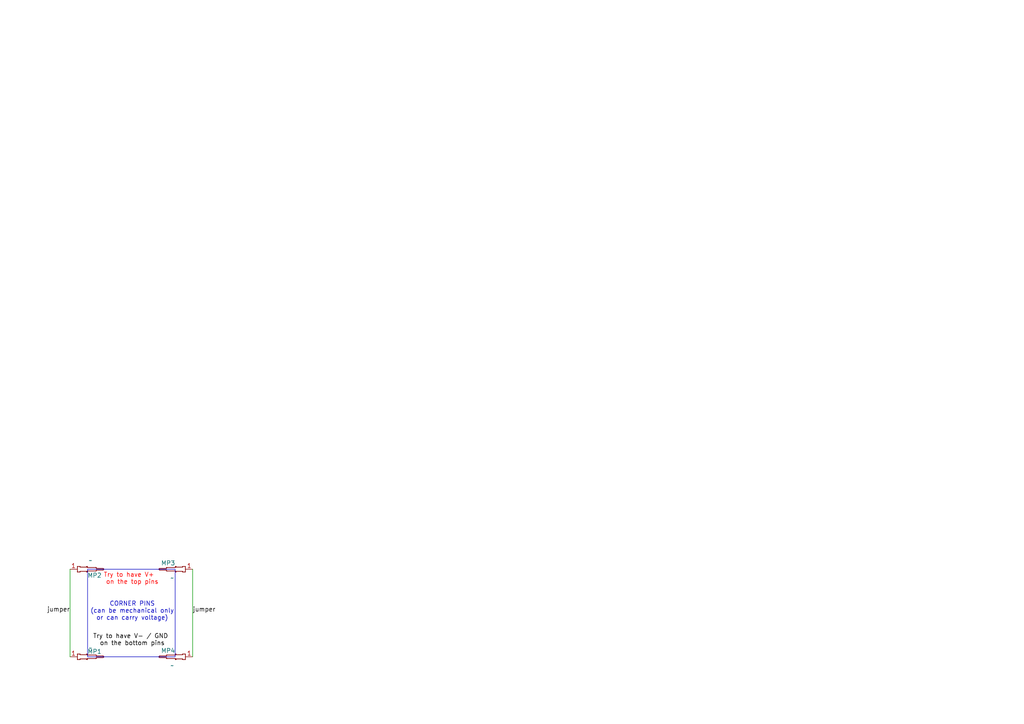
<source format=kicad_sch>
(kicad_sch (version 20250114) (generator "eeschema") (generator_version "9.0")
  (paper "A4")
  (lib_symbols
    (symbol "Adom KiCad Symbols:Adom_Machine_Pin"
      (property "Reference" "MP" (at -1.27 1.524 0))
      (symbol "Adom_Machine_Pin_1_0"
        (polyline (pts (xy -4.445 0.255) (xy -2.54 0.255)) (stroke (width 0.2)))
        (arc (start -4.445 -0.255) (mid -4.7 0) (end -4.445 0.255) (stroke (width 0.2)))
        (polyline (pts (xy -2.54 0.435) (xy -2.475 0.5)) (stroke (width 0.2)))
        (polyline (pts (xy -2.54 0.255) (xy -2.54 0.435)) (stroke (width 0.2)))
        (polyline (pts (xy -2.54 -0.255) (xy -4.445 -0.255)) (stroke (width 0.2)))
        (polyline (pts (xy -2.54 -0.435) (xy -2.54 -0.255)) (stroke (width 0.2)))
        (polyline (pts (xy -2.475 0.5) (xy -2.375 0.5)) (stroke (width 0.2)))
        (polyline (pts (xy -2.475 -0.5) (xy -2.54 -0.435)) (stroke (width 0.2)))
        (polyline (pts (xy -2.375 0.5) (xy 0.06 0.5)) (stroke (width 0.2)))
        (polyline (pts (xy -2.375 -0.5) (xy -2.475 -0.5)) (stroke (width 0.2)))
        (polyline (pts (xy 0.06 0.8) (xy 0.26 0.8)) (stroke (width 0.2)))
        (polyline (pts (xy 0.06 0.5) (xy 0.06 0.8)) (stroke (width 0.2)))
        (polyline (pts (xy 0.06 -0.5) (xy -2.375 -0.5)) (stroke (width 0.2)))
        (polyline (pts (xy 0.06 -0.8) (xy 0.06 -0.5)) (stroke (width 0.2)))
        (polyline (pts (xy 0.26 0.8) (xy 0.26 0.6)) (stroke (width 0.2)))
        (polyline (pts (xy 0.26 0.6) (xy 2.16 0.6)) (stroke (width 0.2)))
        (polyline (pts (xy 0.26 -0.6) (xy 0.26 -0.8)) (stroke (width 0.2)))
        (polyline (pts (xy 0.26 -0.8) (xy 0.06 -0.8)) (stroke (width 0.2)))
        (polyline (pts (xy 2.16 0.8) (xy 2.96 0.8)) (stroke (width 0.2)))
        (polyline (pts (xy 2.16 0.6) (xy 2.16 0.8)) (stroke (width 0.2)))
        (polyline (pts (xy 2.16 -0.6) (xy 0.26 -0.6)) (stroke (width 0.2)))
        (polyline (pts (xy 2.16 -0.8) (xy 2.16 -0.6)) (stroke (width 0.2)))
        (polyline (pts (xy 2.96 0.8) (xy 2.96 -0.8)) (stroke (width 0.2)))
        (polyline (pts (xy 2.96 -0.8) (xy 2.16 -0.8)) (stroke (width 0.2)))
      )
      (symbol "Adom_Machine_Pin_1_1"
        (pin passive line (at 5.08 0 180) (length 2) (name "") (number "1"))
      )
    )
  )
  (rectangle (start 25.4 165.1) (end 50.8 190.5))
  (text "Try to have V+  \non the top pins" (at 38.354 167.894 0) (effects (font (size 1.27 1.27))))
  (text "CORNER PINS\n(can be mechanical only\nor can carry voltage)" (at 38.354 177.292 0) (effects (font (size 1.27 1.27))))
  (text "Try to have V- / GND \non the bottom pins" (at 38.354 185.674 0) (effects (font (size 1.27 1.27))))
  (wire (pts (xy 55.88 165.1) (xy 55.88 190.5)))
  (wire (pts (xy 20.32 165.1) (xy 20.32 190.5)))
  (label "jumper" (at 20.32 177.8 180))
  (label "jumper" (at 55.88 177.8 0))
  (symbol (lib_id "Adom KiCad Symbols:Adom_Machine_Pin") (at 50.8 165.1 0) (unit 1)
    (property "Reference" "MP3" (at 48.768 163.322 0))
    (property "Value" "~" (at 49.94 167.64 0))
    (property "Footprint" "Adom Footprint Library:ADOM_MEDIUM_PIN_SHORTER_v1" (effects (hide yes)))
  )
  (symbol (lib_id "Adom KiCad Symbols:Adom_Machine_Pin") (at 25.4 190.5 180) (unit 1)
    (property "Reference" "MP1" (at 27.432 188.976 0))
    (property "Value" "~" (at 26.26 187.96 0))
    (property "Footprint" "Adom Footprint Library:ADOM_MEDIUM_PIN_SHORTER_v1" (effects (hide yes)))
  )
  (symbol (lib_id "Adom KiCad Symbols:Adom_Machine_Pin") (at 50.8 190.5 0) (unit 1)
    (property "Reference" "MP4" (at 48.768 188.722 0))
    (property "Value" "~" (at 49.94 193.04 0))
    (property "Footprint" "Adom Footprint Library:ADOM_MEDIUM_PIN_SHORTER_v1" (effects (hide yes)))
  )
  (symbol (lib_id "Adom KiCad Symbols:Adom_Machine_Pin") (at 25.4 165.1 180) (unit 1)
    (property "Reference" "MP2" (at 27.432 166.878 0))
    (property "Value" "~" (at 26.26 162.56 0))
    (property "Footprint" "Adom Footprint Library:ADOM_MEDIUM_PIN_SHORTER_v1" (effects (hide yes)))
  )
)
</source>
